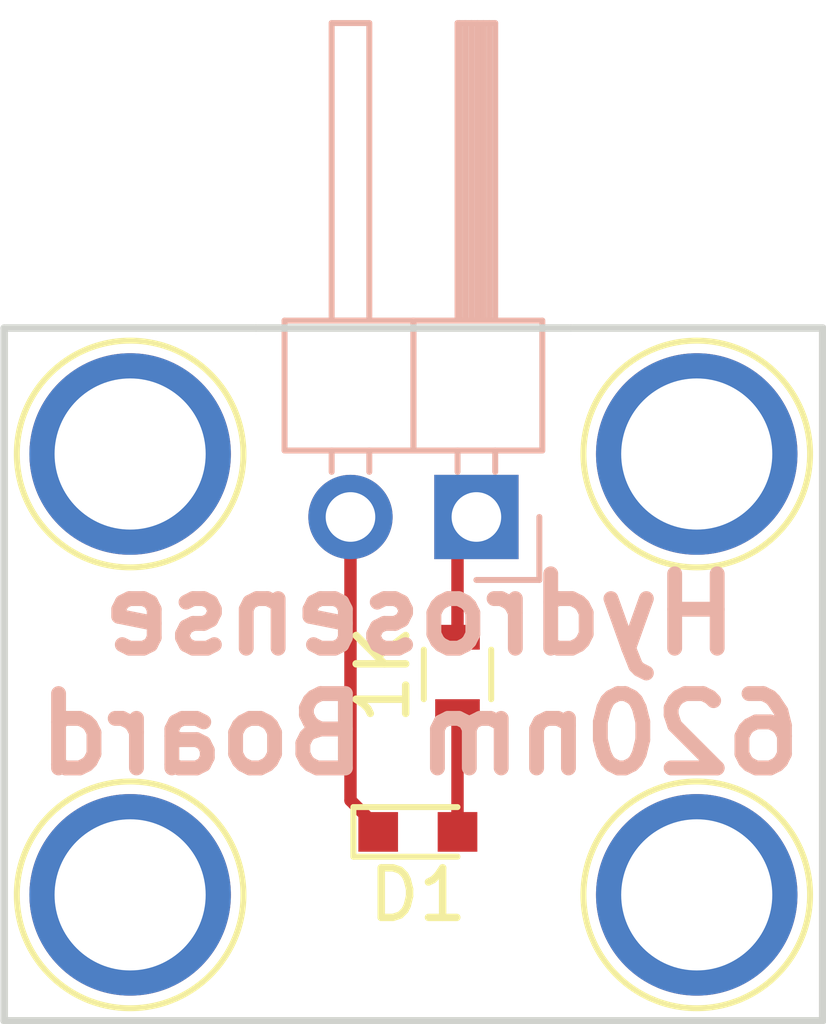
<source format=kicad_pcb>
(kicad_pcb (version 4) (host pcbnew 4.0.6-e0-6349~53~ubuntu16.04.1)

  (general
    (links 0)
    (no_connects 0)
    (area 139.624999 98.984999 156.285001 113.105001)
    (thickness 1.6)
    (drawings 7)
    (tracks 6)
    (zones 0)
    (modules 7)
    (nets 4)
  )

  (page A4)
  (layers
    (0 F.Cu signal)
    (31 B.Cu signal)
    (32 B.Adhes user)
    (33 F.Adhes user)
    (34 B.Paste user)
    (35 F.Paste user)
    (36 B.SilkS user)
    (37 F.SilkS user)
    (38 B.Mask user)
    (39 F.Mask user)
    (40 Dwgs.User user)
    (41 Cmts.User user)
    (42 Eco1.User user)
    (43 Eco2.User user)
    (44 Edge.Cuts user)
    (45 Margin user)
    (46 B.CrtYd user)
    (47 F.CrtYd user)
    (48 B.Fab user)
    (49 F.Fab user)
  )

  (setup
    (last_trace_width 0.25)
    (trace_clearance 0.2)
    (zone_clearance 0.508)
    (zone_45_only no)
    (trace_min 0.2)
    (segment_width 0.2)
    (edge_width 0.15)
    (via_size 0.6)
    (via_drill 0.4)
    (via_min_size 0.4)
    (via_min_drill 0.3)
    (uvia_size 0.3)
    (uvia_drill 0.1)
    (uvias_allowed no)
    (uvia_min_size 0.2)
    (uvia_min_drill 0.1)
    (pcb_text_width 0.3)
    (pcb_text_size 1.5 1.5)
    (mod_edge_width 0.15)
    (mod_text_size 1 1)
    (mod_text_width 0.15)
    (pad_size 4.064 4.064)
    (pad_drill 3.048)
    (pad_to_mask_clearance 0.2)
    (aux_axis_origin 0 0)
    (visible_elements FFFFFF7F)
    (pcbplotparams
      (layerselection 0x00030_80000001)
      (usegerberextensions false)
      (excludeedgelayer true)
      (linewidth 0.100000)
      (plotframeref false)
      (viasonmask false)
      (mode 1)
      (useauxorigin false)
      (hpglpennumber 1)
      (hpglpenspeed 20)
      (hpglpendiameter 15)
      (hpglpenoverlay 2)
      (psnegative false)
      (psa4output false)
      (plotreference true)
      (plotvalue true)
      (plotinvisibletext false)
      (padsonsilk false)
      (subtractmaskfromsilk false)
      (outputformat 1)
      (mirror false)
      (drillshape 1)
      (scaleselection 1)
      (outputdirectory ""))
  )

  (net 0 "")
  (net 1 "Net-(D1-Pad2)")
  (net 2 +5V)
  (net 3 GND)

  (net_class Default "This is the default net class."
    (clearance 0.2)
    (trace_width 0.25)
    (via_dia 0.6)
    (via_drill 0.4)
    (uvia_dia 0.3)
    (uvia_drill 0.1)
    (add_net +5V)
    (add_net GND)
    (add_net "Net-(D1-Pad2)")
  )

  (module LEDs:LED_0603 (layer F.Cu) (tedit 58FBF3E7) (tstamp 58FBF1C0)
    (at 148.044 109.22)
    (descr "LED 0603 smd package")
    (tags "LED led 0603 SMD smd SMT smt smdled SMDLED smtled SMTLED")
    (path /58FBEEB6)
    (attr smd)
    (fp_text reference D1 (at 0 1.27) (layer F.SilkS)
      (effects (font (size 1 1) (thickness 0.15)))
    )
    (fp_text value SML-D15UW (at 0 1.35) (layer F.Fab) hide
      (effects (font (size 1 1) (thickness 0.15)))
    )
    (fp_line (start -1.3 -0.5) (end -1.3 0.5) (layer F.SilkS) (width 0.12))
    (fp_line (start -0.2 -0.2) (end -0.2 0.2) (layer F.Fab) (width 0.1))
    (fp_line (start -0.15 0) (end 0.15 -0.2) (layer F.Fab) (width 0.1))
    (fp_line (start 0.15 0.2) (end -0.15 0) (layer F.Fab) (width 0.1))
    (fp_line (start 0.15 -0.2) (end 0.15 0.2) (layer F.Fab) (width 0.1))
    (fp_line (start 0.8 0.4) (end -0.8 0.4) (layer F.Fab) (width 0.1))
    (fp_line (start 0.8 -0.4) (end 0.8 0.4) (layer F.Fab) (width 0.1))
    (fp_line (start -0.8 -0.4) (end 0.8 -0.4) (layer F.Fab) (width 0.1))
    (fp_line (start -0.8 0.4) (end -0.8 -0.4) (layer F.Fab) (width 0.1))
    (fp_line (start -1.3 0.5) (end 0.8 0.5) (layer F.SilkS) (width 0.12))
    (fp_line (start -1.3 -0.5) (end 0.8 -0.5) (layer F.SilkS) (width 0.12))
    (fp_line (start 1.45 -0.65) (end 1.45 0.65) (layer F.CrtYd) (width 0.05))
    (fp_line (start 1.45 0.65) (end -1.45 0.65) (layer F.CrtYd) (width 0.05))
    (fp_line (start -1.45 0.65) (end -1.45 -0.65) (layer F.CrtYd) (width 0.05))
    (fp_line (start -1.45 -0.65) (end 1.45 -0.65) (layer F.CrtYd) (width 0.05))
    (pad 2 smd rect (at 0.8 0 180) (size 0.8 0.8) (layers F.Cu F.Paste F.Mask)
      (net 1 "Net-(D1-Pad2)"))
    (pad 1 smd rect (at -0.8 0 180) (size 0.8 0.8) (layers F.Cu F.Paste F.Mask)
      (net 3 GND))
    (model LEDs.3dshapes/LED_0603.wrl
      (at (xyz 0 0 0))
      (scale (xyz 1 1 1))
      (rotate (xyz 0 0 180))
    )
  )

  (module Pin_Headers:Pin_Header_Angled_1x02_Pitch2.54mm (layer B.Cu) (tedit 58FBF3DF) (tstamp 58FBF1F7)
    (at 149.225 102.87 90)
    (descr "Through hole angled pin header, 1x02, 2.54mm pitch, 6mm pin length, single row")
    (tags "Through hole angled pin header THT 1x02 2.54mm single row")
    (path /58FBF113)
    (fp_text reference J1 (at 4.315 2.27 90) (layer B.SilkS) hide
      (effects (font (size 1 1) (thickness 0.15)) (justify mirror))
    )
    (fp_text value CONN_01X02 (at 4.315 -4.81 90) (layer B.Fab) hide
      (effects (font (size 1 1) (thickness 0.15)) (justify mirror))
    )
    (fp_line (start 1.4 1.27) (end 1.4 -1.27) (layer B.Fab) (width 0.1))
    (fp_line (start 1.4 -1.27) (end 3.9 -1.27) (layer B.Fab) (width 0.1))
    (fp_line (start 3.9 -1.27) (end 3.9 1.27) (layer B.Fab) (width 0.1))
    (fp_line (start 3.9 1.27) (end 1.4 1.27) (layer B.Fab) (width 0.1))
    (fp_line (start 0 0.32) (end 0 -0.32) (layer B.Fab) (width 0.1))
    (fp_line (start 0 -0.32) (end 9.9 -0.32) (layer B.Fab) (width 0.1))
    (fp_line (start 9.9 -0.32) (end 9.9 0.32) (layer B.Fab) (width 0.1))
    (fp_line (start 9.9 0.32) (end 0 0.32) (layer B.Fab) (width 0.1))
    (fp_line (start 1.4 -1.27) (end 1.4 -3.81) (layer B.Fab) (width 0.1))
    (fp_line (start 1.4 -3.81) (end 3.9 -3.81) (layer B.Fab) (width 0.1))
    (fp_line (start 3.9 -3.81) (end 3.9 -1.27) (layer B.Fab) (width 0.1))
    (fp_line (start 3.9 -1.27) (end 1.4 -1.27) (layer B.Fab) (width 0.1))
    (fp_line (start 0 -2.22) (end 0 -2.86) (layer B.Fab) (width 0.1))
    (fp_line (start 0 -2.86) (end 9.9 -2.86) (layer B.Fab) (width 0.1))
    (fp_line (start 9.9 -2.86) (end 9.9 -2.22) (layer B.Fab) (width 0.1))
    (fp_line (start 9.9 -2.22) (end 0 -2.22) (layer B.Fab) (width 0.1))
    (fp_line (start 1.34 1.33) (end 1.34 -1.27) (layer B.SilkS) (width 0.12))
    (fp_line (start 1.34 -1.27) (end 3.96 -1.27) (layer B.SilkS) (width 0.12))
    (fp_line (start 3.96 -1.27) (end 3.96 1.33) (layer B.SilkS) (width 0.12))
    (fp_line (start 3.96 1.33) (end 1.34 1.33) (layer B.SilkS) (width 0.12))
    (fp_line (start 3.96 0.38) (end 3.96 -0.38) (layer B.SilkS) (width 0.12))
    (fp_line (start 3.96 -0.38) (end 9.96 -0.38) (layer B.SilkS) (width 0.12))
    (fp_line (start 9.96 -0.38) (end 9.96 0.38) (layer B.SilkS) (width 0.12))
    (fp_line (start 9.96 0.38) (end 3.96 0.38) (layer B.SilkS) (width 0.12))
    (fp_line (start 0.91 0.38) (end 1.34 0.38) (layer B.SilkS) (width 0.12))
    (fp_line (start 0.91 -0.38) (end 1.34 -0.38) (layer B.SilkS) (width 0.12))
    (fp_line (start 3.96 0.26) (end 9.96 0.26) (layer B.SilkS) (width 0.12))
    (fp_line (start 3.96 0.14) (end 9.96 0.14) (layer B.SilkS) (width 0.12))
    (fp_line (start 3.96 0.02) (end 9.96 0.02) (layer B.SilkS) (width 0.12))
    (fp_line (start 3.96 -0.1) (end 9.96 -0.1) (layer B.SilkS) (width 0.12))
    (fp_line (start 3.96 -0.22) (end 9.96 -0.22) (layer B.SilkS) (width 0.12))
    (fp_line (start 3.96 -0.34) (end 9.96 -0.34) (layer B.SilkS) (width 0.12))
    (fp_line (start 1.34 -1.27) (end 1.34 -3.87) (layer B.SilkS) (width 0.12))
    (fp_line (start 1.34 -3.87) (end 3.96 -3.87) (layer B.SilkS) (width 0.12))
    (fp_line (start 3.96 -3.87) (end 3.96 -1.27) (layer B.SilkS) (width 0.12))
    (fp_line (start 3.96 -1.27) (end 1.34 -1.27) (layer B.SilkS) (width 0.12))
    (fp_line (start 3.96 -2.16) (end 3.96 -2.92) (layer B.SilkS) (width 0.12))
    (fp_line (start 3.96 -2.92) (end 9.96 -2.92) (layer B.SilkS) (width 0.12))
    (fp_line (start 9.96 -2.92) (end 9.96 -2.16) (layer B.SilkS) (width 0.12))
    (fp_line (start 9.96 -2.16) (end 3.96 -2.16) (layer B.SilkS) (width 0.12))
    (fp_line (start 0.91 -2.16) (end 1.34 -2.16) (layer B.SilkS) (width 0.12))
    (fp_line (start 0.91 -2.92) (end 1.34 -2.92) (layer B.SilkS) (width 0.12))
    (fp_line (start -1.27 0) (end -1.27 1.27) (layer B.SilkS) (width 0.12))
    (fp_line (start -1.27 1.27) (end 0 1.27) (layer B.SilkS) (width 0.12))
    (fp_line (start -1.8 1.8) (end -1.8 -4.35) (layer B.CrtYd) (width 0.05))
    (fp_line (start -1.8 -4.35) (end 10.4 -4.35) (layer B.CrtYd) (width 0.05))
    (fp_line (start 10.4 -4.35) (end 10.4 1.8) (layer B.CrtYd) (width 0.05))
    (fp_line (start 10.4 1.8) (end -1.8 1.8) (layer B.CrtYd) (width 0.05))
    (fp_text user %R (at 4.315 2.27 90) (layer B.Fab) hide
      (effects (font (size 1 1) (thickness 0.15)) (justify mirror))
    )
    (pad 1 thru_hole rect (at 0 0 90) (size 1.7 1.7) (drill 1) (layers *.Cu *.Mask)
      (net 2 +5V))
    (pad 2 thru_hole oval (at 0 -2.54 90) (size 1.7 1.7) (drill 1) (layers *.Cu *.Mask)
      (net 3 GND))
    (model ${KISYS3DMOD}/Pin_Headers.3dshapes/Pin_Header_Angled_1x02_Pitch2.54mm.wrl
      (at (xyz 0 -0.05 0))
      (scale (xyz 1 1 1))
      (rotate (xyz 0 0 90))
    )
  )

  (module Resistors_SMD:R_0603 (layer F.Cu) (tedit 58FBF6D5) (tstamp 58FBF208)
    (at 148.844 106.045 270)
    (descr "Resistor SMD 0603, reflow soldering, Vishay (see dcrcw.pdf)")
    (tags "resistor 0603")
    (path /58FBEEE2)
    (attr smd)
    (fp_text reference R1 (at 0 -1.45 270) (layer F.SilkS) hide
      (effects (font (size 1 1) (thickness 0.15)))
    )
    (fp_text value 1K (at 0 1.5 270) (layer F.SilkS)
      (effects (font (size 1 1) (thickness 0.15)))
    )
    (fp_text user %R (at 0 0 270) (layer F.Fab)
      (effects (font (size 0.5 0.5) (thickness 0.075)))
    )
    (fp_line (start -0.8 0.4) (end -0.8 -0.4) (layer F.Fab) (width 0.1))
    (fp_line (start 0.8 0.4) (end -0.8 0.4) (layer F.Fab) (width 0.1))
    (fp_line (start 0.8 -0.4) (end 0.8 0.4) (layer F.Fab) (width 0.1))
    (fp_line (start -0.8 -0.4) (end 0.8 -0.4) (layer F.Fab) (width 0.1))
    (fp_line (start 0.5 0.68) (end -0.5 0.68) (layer F.SilkS) (width 0.12))
    (fp_line (start -0.5 -0.68) (end 0.5 -0.68) (layer F.SilkS) (width 0.12))
    (fp_line (start -1.25 -0.7) (end 1.25 -0.7) (layer F.CrtYd) (width 0.05))
    (fp_line (start -1.25 -0.7) (end -1.25 0.7) (layer F.CrtYd) (width 0.05))
    (fp_line (start 1.25 0.7) (end 1.25 -0.7) (layer F.CrtYd) (width 0.05))
    (fp_line (start 1.25 0.7) (end -1.25 0.7) (layer F.CrtYd) (width 0.05))
    (pad 1 smd rect (at -0.75 0 270) (size 0.5 0.9) (layers F.Cu F.Paste F.Mask)
      (net 2 +5V))
    (pad 2 smd rect (at 0.75 0 270) (size 0.5 0.9) (layers F.Cu F.Paste F.Mask)
      (net 1 "Net-(D1-Pad2)"))
    (model ${KISYS3DMOD}/Resistors_SMD.3dshapes/R_0603.wrl
      (at (xyz 0 0 0))
      (scale (xyz 1 1 1))
      (rotate (xyz 0 0 0))
    )
  )

  (module Connect:1pin (layer F.Cu) (tedit 58FBF619) (tstamp 58FBF5A5)
    (at 153.67 101.6)
    (descr "module 1 pin (ou trou mecanique de percage)")
    (tags DEV)
    (fp_text reference REF** (at 0 -3.048) (layer F.SilkS) hide
      (effects (font (size 1 1) (thickness 0.15)))
    )
    (fp_text value 1pin (at 0 3) (layer F.Fab) hide
      (effects (font (size 1 1) (thickness 0.15)))
    )
    (fp_circle (center 0 0) (end 2 0.8) (layer F.Fab) (width 0.1))
    (fp_circle (center 0 0) (end 2.6 0) (layer F.CrtYd) (width 0.05))
    (fp_circle (center 0 0) (end 0 -2.286) (layer F.SilkS) (width 0.12))
    (pad "" np_thru_hole circle (at 0 0) (size 4.064 4.064) (drill 3.048) (layers *.Cu *.Mask))
  )

  (module Connect:1pin (layer F.Cu) (tedit 58FBF60E) (tstamp 58FBF5AE)
    (at 142.24 101.6)
    (descr "module 1 pin (ou trou mecanique de percage)")
    (tags DEV)
    (fp_text reference REF** (at 0 -3.048) (layer F.SilkS) hide
      (effects (font (size 1 1) (thickness 0.15)))
    )
    (fp_text value 1pin (at 0 3) (layer F.Fab) hide
      (effects (font (size 1 1) (thickness 0.15)))
    )
    (fp_circle (center 0 0) (end 2 0.8) (layer F.Fab) (width 0.1))
    (fp_circle (center 0 0) (end 2.6 0) (layer F.CrtYd) (width 0.05))
    (fp_circle (center 0 0) (end 0 -2.286) (layer F.SilkS) (width 0.12))
    (pad "" np_thru_hole circle (at 0 0) (size 4.064 4.064) (drill 3.048) (layers *.Cu *.Mask))
  )

  (module Connect:1pin (layer F.Cu) (tedit 58FBF611) (tstamp 58FBF5BE)
    (at 142.24 110.49)
    (descr "module 1 pin (ou trou mecanique de percage)")
    (tags DEV)
    (fp_text reference REF** (at 0 -3.048) (layer F.SilkS) hide
      (effects (font (size 1 1) (thickness 0.15)))
    )
    (fp_text value 1pin (at 0 3) (layer F.Fab) hide
      (effects (font (size 1 1) (thickness 0.15)))
    )
    (fp_circle (center 0 0) (end 2 0.8) (layer F.Fab) (width 0.1))
    (fp_circle (center 0 0) (end 2.6 0) (layer F.CrtYd) (width 0.05))
    (fp_circle (center 0 0) (end 0 -2.286) (layer F.SilkS) (width 0.12))
    (pad "" np_thru_hole circle (at 0 0) (size 4.064 4.064) (drill 3.048) (layers *.Cu *.Mask))
  )

  (module Connect:1pin (layer F.Cu) (tedit 58FBF614) (tstamp 58FBF5C4)
    (at 153.67 110.49)
    (descr "module 1 pin (ou trou mecanique de percage)")
    (tags DEV)
    (fp_text reference REF** (at 0 -3.048) (layer F.SilkS) hide
      (effects (font (size 1 1) (thickness 0.15)))
    )
    (fp_text value 1pin (at 0 3) (layer F.Fab) hide
      (effects (font (size 1 1) (thickness 0.15)))
    )
    (fp_circle (center 0 0) (end 2 0.8) (layer F.Fab) (width 0.1))
    (fp_circle (center 0 0) (end 2.6 0) (layer F.CrtYd) (width 0.05))
    (fp_circle (center 0 0) (end 0 -2.286) (layer F.SilkS) (width 0.12))
    (pad "" np_thru_hole circle (at 0 0) (size 4.064 4.064) (drill 3.048) (layers *.Cu *.Mask))
  )

  (gr_text "Hydrosense\n620nm Board" (at 148.082 106.045) (layer B.SilkS)
    (effects (font (size 1.5 1.5) (thickness 0.3)) (justify mirror))
  )
  (gr_line (start 156.21 99.06) (end 151.13 99.06) (layer Edge.Cuts) (width 0.15))
  (gr_line (start 156.21 113.03) (end 156.21 99.06) (layer Edge.Cuts) (width 0.15))
  (gr_line (start 139.7 113.03) (end 156.21 113.03) (layer Edge.Cuts) (width 0.15))
  (gr_line (start 139.7 99.06) (end 139.7 113.03) (layer Edge.Cuts) (width 0.15))
  (gr_line (start 144.78 99.06) (end 139.7 99.06) (layer Edge.Cuts) (width 0.15))
  (gr_line (start 151.13 99.06) (end 144.78 99.06) (layer Edge.Cuts) (width 0.15))

  (segment (start 148.844 109.22) (end 148.844 106.795) (width 0.25) (layer F.Cu) (net 1))
  (segment (start 148.844 105.295) (end 148.844 103.251) (width 0.25) (layer F.Cu) (net 2))
  (segment (start 148.844 103.251) (end 149.225 102.87) (width 0.25) (layer F.Cu) (net 2))
  (segment (start 147.244 109.144) (end 146.685 108.585) (width 0.25) (layer F.Cu) (net 3) (status 10))
  (segment (start 146.685 108.585) (end 146.685 102.87) (width 0.25) (layer F.Cu) (net 3) (status 20))
  (segment (start 147.244 109.22) (end 147.244 109.144) (width 0.25) (layer F.Cu) (net 3) (status 30))

)

</source>
